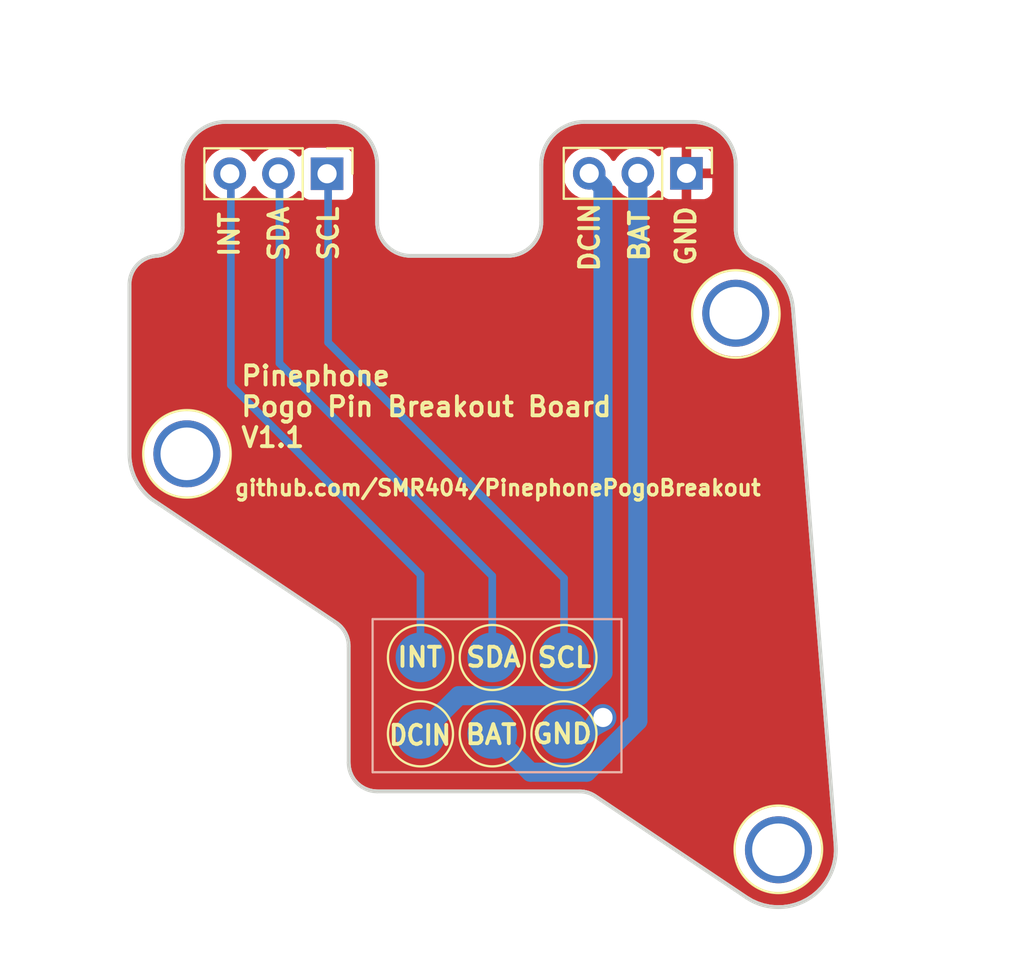
<source format=kicad_pcb>
(kicad_pcb (version 20240108) (generator "pcbnew") (generator_version "8.0")
  (layers (0 "F.Cu" signal) (31 "B.Cu" signal) (34 "B.Paste" user) (35 "F.Paste" user) (36 "B.SilkS" user "B.Silkscreen") (37 "F.SilkS" user "F.Silkscreen") (38 "B.Mask" user) (39 "F.Mask" user) (44 "Edge.Cuts" user))
  (net 0 "")
  (net 1 "/BAT")
  (net 2 "/INT")
  (net 3 "/DCIN")
  (net 4 "/SDA")
  (net 5 "/SCL")
  (net 6 "/GND")
  (footprint "Connector_PinHeader_2.54mm:PinHeader_1x03_P2.54mm_Vertical" (layer "F.Cu") (at 136.085 58.08 -90)
    (property "Reference" "J2" (hide yes))
    (property "Value" "Conn_01x03")
    (fp_line (start -1.33 6.41) (end 1.33 6.41) (stroke (width 0.12)) (layer "F.SilkS"))
    (fp_line (start -1.33 1.27) (end -1.33 6.41) (stroke (width 0.12)) (layer "F.SilkS"))
    (fp_line (start -1.33 1.27) (end 1.33 1.27) (stroke (width 0.12)) (layer "F.SilkS"))
    (fp_line (start 1.33 1.27) (end 1.33 6.41) (stroke (width 0.12)) (layer "F.SilkS"))
    (fp_line (start -1.33 0) (end -1.33 -1.33) (stroke (width 0.12)) (layer "F.SilkS"))
    (fp_line (start -1.33 -1.33) (end 0 -1.33) (stroke (width 0.12)) (layer "F.SilkS"))
    (pad "1" thru_hole rect (at 0 0 270) (size 1.7 1.7) (drill 1) (layers "*.Cu" "*.Mask") (net 5 "/SCL"))
    (pad "2" thru_hole oval (at 0 2.54 270) (size 1.7 1.7) (drill 1) (layers "*.Cu" "*.Mask") (net 4 "/SDA"))
    (pad "3" thru_hole oval (at 0 5.08 270) (size 1.7 1.7) (drill 1) (layers "*.Cu" "*.Mask") (net 2 "/INT"))
  )
  (footprint "Connector_PinHeader_2.54mm:PinHeader_1x03_P2.54mm_Vertical" (layer "F.Cu") (at 154.86 58.06 -90)
    (property "Reference" "J3" (hide yes))
    (property "Value" "Conn_01x03")
    (fp_line (start -1.33 6.41) (end 1.33 6.41) (stroke (width 0.12)) (layer "F.SilkS"))
    (fp_line (start -1.33 1.27) (end -1.33 6.41) (stroke (width 0.12)) (layer "F.SilkS"))
    (fp_line (start -1.33 1.27) (end 1.33 1.27) (stroke (width 0.12)) (layer "F.SilkS"))
    (fp_line (start 1.33 1.27) (end 1.33 6.41) (stroke (width 0.12)) (layer "F.SilkS"))
    (fp_line (start -1.33 0) (end -1.33 -1.33) (stroke (width 0.12)) (layer "F.SilkS"))
    (fp_line (start -1.33 -1.33) (end 0 -1.33) (stroke (width 0.12)) (layer "F.SilkS"))
    (pad "1" thru_hole rect (at 0 0 270) (size 1.7 1.7) (drill 1) (layers "*.Cu" "*.Mask") (net 6 "/GND"))
    (pad "2" thru_hole oval (at 0 2.54 270) (size 1.7 1.7) (drill 1) (layers "*.Cu" "*.Mask") (net 1 "/BAT"))
    (pad "3" thru_hole oval (at 0 5.08 270) (size 1.7 1.7) (drill 1) (layers "*.Cu" "*.Mask") (net 3 "/DCIN"))
  )
  (footprint "MountingHole:MountingHole_2.2mm_M2_ISO7380" (layer "F.Cu") (at 157.435 65.37)
    (property "Reference" "REF**" (hide yes))
    (property "Value" "hole")
    (pad "" np_thru_hole circle (at 0 0) (size 3.5 3.5) (drill 2.75) (layers "*.Cu" "*.Mask"))
  )
  (footprint "MountingHole:MountingHole_2.2mm_M2_ISO7380" (layer "F.Cu") (at 128.76 72.72)
    (property "Reference" "REF**" (hide yes))
    (property "Value" "hole")
    (pad "" np_thru_hole circle (at 0 0) (size 3.5 3.5) (drill 2.75) (layers "*.Cu" "*.Mask"))
  )
  (footprint "MountingHole:MountingHole_2.2mm_M2_ISO7380" (layer "F.Cu") (at 159.665 93.415)
    (property "Reference" "REF**" (hide yes))
    (property "Value" "hole")
    (pad "" np_thru_hole circle (at 0 0) (size 3.5 3.5) (drill 2.75) (layers "*.Cu" "*.Mask"))
  )
  (footprint "customFootprints_PPNFC:PP_6_pogo_pin_contacts" (layer "B.Cu") (at 148.465 83.36 180)
    (property "Reference" "J1" (hide yes))
    (property "Value" "Conn_01x06")
    (fp_line (start 10 2) (end 10 -6) (stroke (width 0.12)) (layer "B.SilkS"))
    (fp_line (start 10 -6) (end -3 -6) (stroke (width 0.12)) (layer "B.SilkS"))
    (fp_line (start -3 2) (end 10 2) (stroke (width 0.12)) (layer "B.SilkS"))
    (fp_line (start -3 -6) (end -3 2) (stroke (width 0.12)) (layer "B.SilkS"))
    (pad "1" smd circle (at 0 0 180) (size 2.6 2.6) (layers "B.Cu" "B.Paste" "B.Mask") (net 5 "/SCL"))
    (pad "2" smd circle (at 3.75 0 180) (size 2.6 2.6) (layers "B.Cu" "B.Paste" "B.Mask") (net 4 "/SDA"))
    (pad "3" smd circle (at 7.5 0 180) (size 2.6 2.6) (layers "B.Cu" "B.Paste" "B.Mask") (net 2 "/INT"))
    (pad "4" smd circle (at 0 -4 180) (size 2.6 2.6) (layers "B.Cu" "B.Paste" "B.Mask") (net 6 "/GND"))
    (pad "5" smd circle (at 3.75 -4 180) (size 2.6 2.6) (layers "B.Cu" "B.Paste" "B.Mask") (net 1 "/BAT"))
    (pad "6" smd circle (at 7.5 -4 180) (size 2.6 2.6) (layers "B.Cu" "B.Paste" "B.Mask") (net 3 "/DCIN"))
  )
  (gr_circle (center 148.46 87.355) (end 150.16 87.355) (stroke (width 0.12)) (fill none) (layer "F.SilkS"))
  (gr_circle (center 159.66 93.39) (end 161.94699 93.39) (stroke (width 0.12)) (fill none) (layer "F.SilkS"))
  (gr_circle (center 144.715 83.365) (end 146.415 83.365) (stroke (width 0.12)) (fill none) (layer "F.SilkS"))
  (gr_circle (center 144.715 87.355) (end 146.415 87.355) (stroke (width 0.12)) (fill none) (layer "F.SilkS"))
  (gr_circle (center 128.765 72.72) (end 131.05199 72.72) (stroke (width 0.12)) (fill none) (layer "F.SilkS"))
  (gr_circle (center 140.965 87.355) (end 142.665 87.355) (stroke (width 0.12)) (fill none) (layer "F.SilkS"))
  (gr_circle (center 140.965 83.365) (end 142.665 83.365) (stroke (width 0.12)) (fill none) (layer "F.SilkS"))
  (gr_circle (center 157.44 65.41) (end 159.72699 65.41) (stroke (width 0.12)) (fill none) (layer "F.SilkS"))
  (gr_circle (center 148.46 83.365) (end 150.16 83.365) (stroke (width 0.12)) (fill none) (layer "F.SilkS"))
  (gr_arc (start 128.542672 60.878091) (mid 128.141567 61.899086) (end 127.152765 62.374046) (stroke (width 0.2)) (layer "Edge.Cuts"))
  (gr_line (start 157.994115 95.905006) (end 150.099786 90.616409) (stroke (width 0.2)) (layer "Edge.Cuts"))
  (gr_line (start 140.452672 62.37) (end 145.525 62.37) (stroke (width 0.2)) (layer "Edge.Cuts"))
  (gr_line (start 149.525 55.37) (end 155.185 55.37) (stroke (width 0.2)) (layer "Edge.Cuts"))
  (gr_arc (start 155.185 55.37) (mid 156.77599 56.02901) (end 157.435 57.62) (stroke (width 0.2)) (layer "Edge.Cuts"))
  (gr_arc (start 140.452672 62.37) (mid 139.215235 61.857437) (end 138.702672 60.62) (stroke (width 0.2)) (layer "Edge.Cuts"))
  (gr_line (start 128.542672 60.878092) (end 128.542672 57.62) (stroke (width 0.2)) (layer "Edge.Cuts"))
  (gr_arc (start 158.540263 62.581023) (mid 157.737452 61.937535) (end 157.435 60.95412) (stroke (width 0.2)) (layer "Edge.Cuts"))
  (gr_line (start 137.213833 88.862608) (end 137.213833 82.784412) (stroke (width 0.2)) (layer "Edge.Cuts"))
  (gr_line (start 149.264928 90.362608) (end 138.713833 90.362608) (stroke (width 0.2)) (layer "Edge.Cuts"))
  (gr_arc (start 126.92657 75.092128) (mid 126.069452 74.040977) (end 125.762857 72.719777) (stroke (width 0.2)) (layer "Edge.Cuts"))
  (gr_arc (start 162.6544 93.174917) (mid 161.180244 96.001139) (end 157.994115 95.905006) (stroke (width 0.2)) (layer "Edge.Cuts"))
  (gr_arc (start 158.540264 62.581023) (mid 159.847722 63.587089) (end 160.425569 65.13231) (stroke (width 0.2)) (layer "Edge.Cuts"))
  (gr_arc (start 147.275 57.62) (mid 147.93401 56.02901) (end 149.525 55.37) (stroke (width 0.2)) (layer "Edge.Cuts"))
  (gr_line (start 125.762857 72.719777) (end 125.762857 63.87) (stroke (width 0.2)) (layer "Edge.Cuts"))
  (gr_arc (start 125.762857 63.87) (mid 126.163963 62.849005) (end 127.152765 62.374046) (stroke (width 0.2)) (layer "Edge.Cuts"))
  (gr_arc (start 138.713833 90.362608) (mid 137.653173 89.923268) (end 137.213833 88.862608) (stroke (width 0.2)) (layer "Edge.Cuts"))
  (gr_arc (start 128.542672 57.62) (mid 129.201682 56.02901) (end 130.792672 55.37) (stroke (width 0.2)) (layer "Edge.Cuts"))
  (gr_arc (start 147.275 60.62) (mid 146.762437 61.857437) (end 145.525 62.37) (stroke (width 0.2)) (layer "Edge.Cuts"))
  (gr_arc (start 149.264928 90.362608) (mid 149.70122 90.42746) (end 150.099786 90.616409) (stroke (width 0.2)) (layer "Edge.Cuts"))
  (gr_line (start 160.425569 65.13231) (end 162.6544 93.174917) (stroke (width 0.2)) (layer "Edge.Cuts"))
  (gr_line (start 147.275 60.62) (end 147.275 57.62) (stroke (width 0.2)) (layer "Edge.Cuts"))
  (gr_line (start 136.548691 81.538213) (end 126.92657 75.092128) (stroke (width 0.2)) (layer "Edge.Cuts"))
  (gr_line (start 157.435 57.62) (end 157.435 60.95412) (stroke (width 0.2)) (layer "Edge.Cuts"))
  (gr_line (start 138.702672 57.62) (end 138.702672 60.62) (stroke (width 0.2)) (layer "Edge.Cuts"))
  (gr_arc (start 136.548691 81.538212) (mid 137.037141 82.078114) (end 137.213833 82.784412) (stroke (width 0.2)) (layer "Edge.Cuts"))
  (gr_line (start 130.792672 55.37) (end 136.452672 55.37) (stroke (width 0.2)) (layer "Edge.Cuts"))
  (gr_arc (start 136.452672 55.37) (mid 138.043662 56.02901) (end 138.702672 57.62) (stroke (width 0.2)) (layer "Edge.Cuts"))
  (gr_text "SCL" (at 148.49 83.365 0) (layer "F.SilkS") (effects (font (size 1 1) (thickness 0.2))))
  (gr_text "GND" (at 148.375 87.355 0) (layer "F.SilkS") (effects (font (size 1 1) (thickness 0.2))))
  (gr_text "INT" (at 130.98 61.255 90) (layer "F.SilkS") (effects (font (size 1 1) (thickness 0.2))))
  (gr_text "SCL" (at 136.16 61.205 90) (layer "F.SilkS") (effects (font (size 1 1) (thickness 0.2))))
  (gr_text "DCIN" (at 149.795 61.4 90) (layer "F.SilkS") (effects (font (size 1 1) (thickness 0.2))))
  (gr_text "SDA" (at 133.565 61.215 90) (layer "F.SilkS") (effects (font (size 1 1) (thickness 0.2))))
  (gr_text "SDA" (at 144.78 83.35 0) (layer "F.SilkS") (effects (font (size 1 1) (thickness 0.2))))
  (gr_text "BAT" (at 144.65 87.395 0) (layer "F.SilkS") (effects (font (size 1 1) (thickness 0.2))))
  (gr_text "INT" (at 140.93 83.35 0) (layer "F.SilkS") (effects (font (size 1 1) (thickness 0.2))))
  (gr_text "Pinephone\nPogo Pin Breakout Board\nV1.1\n" (at 131.5 70.255 0) (layer "F.SilkS") (effects (font (size 1 1) (thickness 0.2)) (justify left)))
  (gr_text "DCIN" (at 140.94 87.43 0) (layer "F.SilkS") (effects (font (size 1 0.9) (thickness 0.2))))
  (gr_text "github.com/SMR404/PinephonePogoBreakout" (at 145 74.5 0) (layer "F.SilkS") (effects (font (size 0.8 0.8) (thickness 0.18))))
  (gr_text "GND" (at 154.83 61.33 90) (layer "F.SilkS") (effects (font (size 1 1) (thickness 0.2))))
  (gr_text "BAT" (at 152.4 61.32 90) (layer "F.SilkS") (effects (font (size 1 1) (thickness 0.2))))
  (segment (start 146.715 89.36) (end 149.64 89.36) (width 1) (layer "B.Cu") (net 1))
  (segment (start 144.715 87.36) (end 146.715 89.36) (width 1) (layer "B.Cu") (net 1))
  (segment (start 152.32 86.68) (end 152.32 58.06) (width 1) (layer "B.Cu") (net 1))
  (segment (start 149.64 89.36) (end 152.32 86.68) (width 1) (layer "B.Cu") (net 1))
  (segment (start 131.06 69.125) (end 140.965 79.03) (width 0.4) (layer "B.Cu") (net 2))
  (segment (start 140.965 79.03) (end 140.965 83.36) (width 0.4) (layer "B.Cu") (net 2))
  (segment (start 131.06 58.18) (end 131.06 69.125) (width 0.4) (layer "B.Cu") (net 2))
  (segment (start 149.293428 85.36) (end 150.5 84.153428) (width 1) (layer "B.Cu") (net 3))
  (segment (start 150.5 84.153428) (end 150.5 58.78) (width 1) (layer "B.Cu") (net 3))
  (segment (start 150.5 58.78) (end 149.78 58.06) (width 1) (layer "B.Cu") (net 3))
  (segment (start 140.965 87.36) (end 142.965 85.36) (width 1) (layer "B.Cu") (net 3))
  (segment (start 142.965 85.36) (end 149.293428 85.36) (width 1) (layer "B.Cu") (net 3))
  (segment (start 133.6 67.99) (end 144.715 79.105) (width 0.4) (layer "B.Cu") (net 4))
  (segment (start 144.715 83.36) (end 144.715 79.105) (width 0.4) (layer "B.Cu") (net 4))
  (segment (start 133.6 58.18) (end 133.6 67.99) (width 0.4) (layer "B.Cu") (net 4))
  (segment (start 136.14 66.9) (end 148.465 79.225) (width 0.4) (layer "B.Cu") (net 5))
  (segment (start 136.14 58.18) (end 136.14 66.9) (width 0.4) (layer "B.Cu") (net 5))
  (segment (start 148.465 79.225) (end 148.465 83.36) (width 0.4) (layer "B.Cu") (net 5))
  (via (at 150.5 86.5) (size 1.4) (drill 1) (layers "F.Cu" "B.Cu") (net 6))
  (segment (start 149.64 87.36) (end 150.5 86.5) (width 1) (layer "B.Cu") (net 6))
  (segment (start 148.465 87.36) (end 149.64 87.36) (width 1) (layer "B.Cu") (net 6))
  (zone (net 6) (net_name "/GND") (layer "F.Cu") (connect_pads (clearance 0.508)) (min_thickness 0.25) (fill yes (thermal_gap 0.5) (thermal_bridge_width 0.5))
    (polygon (pts (xy 149 98.5) (xy 122 87.5) (xy 119 49) (xy 169 52.5) (xy 172.5 99.5)))
  )
)
</source>
